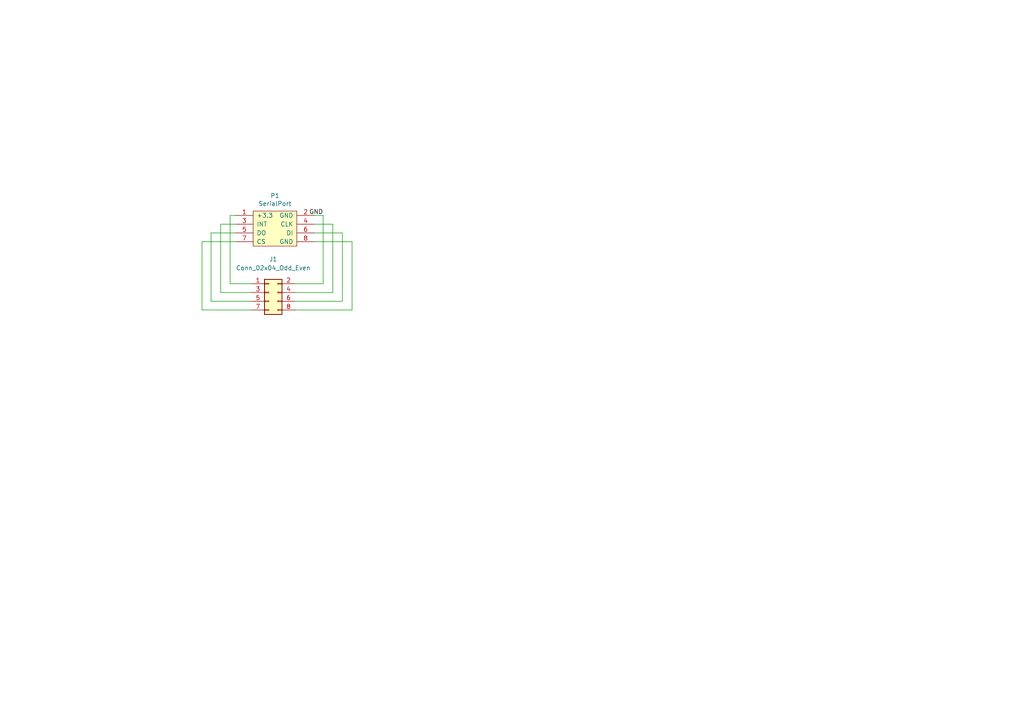
<source format=kicad_sch>
(kicad_sch (version 20211123) (generator eeschema)
  (paper "A4")
  (lib_symbols
    (symbol "Connector_Generic:Conn_02x04_Odd_Even" (pin_names (offset 1.016) hide)
      (property "Reference" "J" (at 1.27 5.08 0))
      (property "Value" "Conn_02x04_Odd_Even" (at 1.27 -7.62 0))
      (symbol "Conn_02x04_Odd_Even_1_1"
        (rectangle (start -1.27 -4.953) (end 0 -5.207) (stroke (width 0.1524)))
        (rectangle (start -1.27 -2.413) (end 0 -2.667) (stroke (width 0.1524)))
        (rectangle (start -1.27 0.127) (end 0 -0.127) (stroke (width 0.1524)))
        (rectangle (start -1.27 2.667) (end 0 2.413) (stroke (width 0.1524)))
        (rectangle (start -1.27 3.81) (end 3.81 -6.35) (stroke (width 0.254)) (fill (type background)))
        (rectangle (start 3.81 -4.953) (end 2.54 -5.207) (stroke (width 0.1524)))
        (rectangle (start 3.81 -2.413) (end 2.54 -2.667) (stroke (width 0.1524)))
        (rectangle (start 3.81 0.127) (end 2.54 -0.127) (stroke (width 0.1524)))
        (rectangle (start 3.81 2.667) (end 2.54 2.413) (stroke (width 0.1524)))
        (pin passive line (at -5.08 2.54 0) (length 3.81) (name "Pin_1") (number "1"))
        (pin passive line (at 7.62 2.54 180) (length 3.81) (name "Pin_2") (number "2"))
        (pin passive line (at -5.08 0 0) (length 3.81) (name "Pin_3") (number "3"))
        (pin passive line (at 7.62 0 180) (length 3.81) (name "Pin_4") (number "4"))
        (pin passive line (at -5.08 -2.54 0) (length 3.81) (name "Pin_5") (number "5"))
        (pin passive line (at 7.62 -2.54 180) (length 3.81) (name "Pin_6") (number "6"))
        (pin passive line (at -5.08 -5.08 0) (length 3.81) (name "Pin_7") (number "7"))
        (pin passive line (at 7.62 -5.08 180) (length 3.81) (name "Pin_8") (number "8"))
      )
    )
    (symbol "gc_sp2:SerialPort" (pin_names (offset 1.016))
      (property "Reference" "P" (at -6.35 5.08 0))
      (property "Value" "SerialPort" (at 0 5.08 0))
      (symbol "SerialPort_0_1"
        (rectangle (start -6.35 2.54) (end 6.35 -7.62) (fill (type background)))
      )
      (symbol "SerialPort_1_1"
        (pin bidirectional line (at -11.43 1.27 0) (length 5.08) (name "+3.3") (number "1"))
        (pin bidirectional line (at 11.43 1.27 180) (length 5.08) (name "GND") (number "2"))
        (pin bidirectional line (at -11.43 -1.27 0) (length 5.08) (name "INT") (number "3"))
        (pin bidirectional line (at 11.43 -1.27 180) (length 5.08) (name "CLK") (number "4"))
        (pin bidirectional line (at -11.43 -3.81 0) (length 5.08) (name "DO") (number "5"))
        (pin bidirectional line (at 11.43 -3.81 180) (length 5.08) (name "DI") (number "6"))
        (pin bidirectional line (at -11.43 -6.35 0) (length 5.08) (name "CS") (number "7"))
        (pin bidirectional line (at 11.43 -6.35 180) (length 5.08) (name "GND") (number "8"))
      )
    )
  )
  (wire (pts (xy 68.326 65.024) (xy 63.987 65.0239)))
  (wire (pts (xy 102.108 70.104) (xy 91.186 70.104)))
  (wire (pts (xy 58.5909 70.0943) (xy 68.326 70.104)))
  (wire (pts (xy 85.598 84.836) (xy 96.52 84.836)))
  (wire (pts (xy 63.987 65.0239) (xy 63.987 84.8359)))
  (wire (pts (xy 96.52 84.836) (xy 96.52 65.024)))
  (wire (pts (xy 99.314 67.564) (xy 99.314 87.376)))
  (wire (pts (xy 61.214 67.564) (xy 61.214 87.376)))
  (wire (pts (xy 72.898 82.296) (xy 66.7409 82.2938)))
  (wire (pts (xy 91.186 67.564) (xy 99.314 67.564)))
  (wire (pts (xy 99.314 87.376) (xy 85.598 87.376)))
  (wire (pts (xy 96.52 65.024) (xy 91.186 65.024)))
  (wire (pts (xy 93.726 62.484) (xy 93.726 82.296)))
  (wire (pts (xy 58.5909 89.9063) (xy 58.5909 70.0943)))
  (wire (pts (xy 68.326 67.564) (xy 61.214 67.564)))
  (wire (pts (xy 93.726 82.296) (xy 85.598 82.296)))
  (wire (pts (xy 66.7409 82.2938) (xy 66.7409 62.4818)))
  (wire (pts (xy 66.7409 62.4818) (xy 68.326 62.484)))
  (wire (pts (xy 63.987 84.8359) (xy 72.898 84.836)))
  (wire (pts (xy 91.186 62.484) (xy 93.726 62.484)))
  (wire (pts (xy 102.108 89.916) (xy 102.108 70.104)))
  (wire (pts (xy 72.898 89.916) (xy 58.5909 89.9063)))
  (wire (pts (xy 61.214 87.376) (xy 72.898 87.376)))
  (wire (pts (xy 85.598 89.916) (xy 102.108 89.916)))
  (label "GND" (at 93.726 62.484 180))
  (symbol (lib_id "gc_sp2:SerialPort") (at 79.756 63.754 0) (unit 1)
    (property "Reference" "P1" (at 79.756 56.769 0))
    (property "Value" "SerialPort" (at 79.756 59.0804 0))
    (property "Footprint" "gc_sp2:SP2_FootPrint" (effects hide))
  )
  (symbol (lib_id "Connector_Generic:Conn_02x04_Odd_Even") (at 77.978 84.836 0) (unit 1)
    (property "Reference" "J1" (at 79.248 75.184 0))
    (property "Value" "Conn_02x04_Odd_Even" (at 79.248 77.724 0))
    (property "Footprint" "Connector_PinHeader_2.54mm:PinHeader_2x04_P2.54mm_Horizontal" (effects hide))
    (property "LCSC Part" "C492432" (effects hide))
  )
)
</source>
